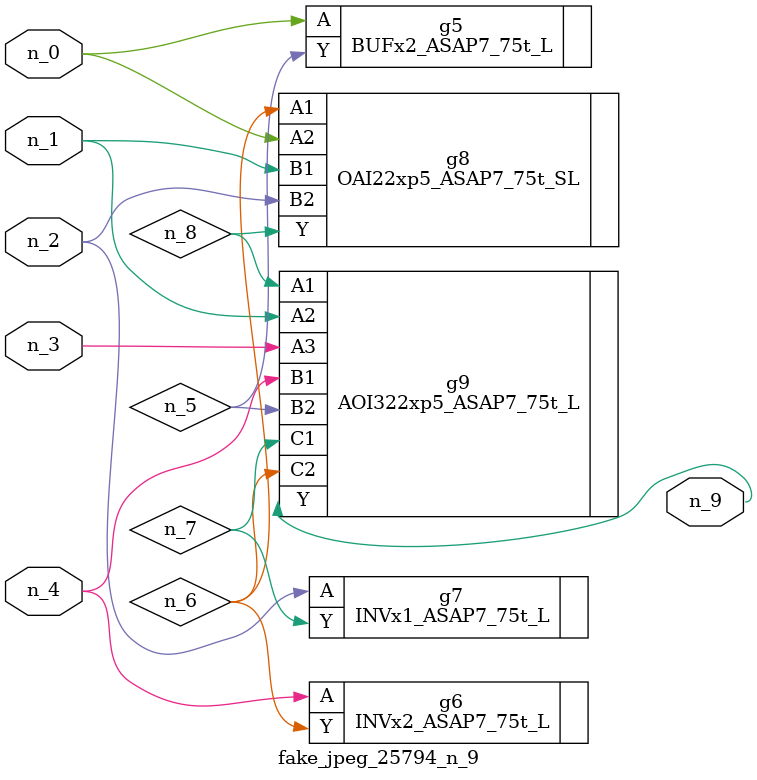
<source format=v>
module fake_jpeg_25794_n_9 (n_3, n_2, n_1, n_0, n_4, n_9);

input n_3;
input n_2;
input n_1;
input n_0;
input n_4;

output n_9;

wire n_8;
wire n_6;
wire n_5;
wire n_7;

BUFx2_ASAP7_75t_L g5 ( 
.A(n_0),
.Y(n_5)
);

INVx2_ASAP7_75t_L g6 ( 
.A(n_4),
.Y(n_6)
);

INVx1_ASAP7_75t_L g7 ( 
.A(n_2),
.Y(n_7)
);

OAI22xp5_ASAP7_75t_SL g8 ( 
.A1(n_6),
.A2(n_0),
.B1(n_1),
.B2(n_2),
.Y(n_8)
);

AOI322xp5_ASAP7_75t_L g9 ( 
.A1(n_8),
.A2(n_1),
.A3(n_3),
.B1(n_4),
.B2(n_5),
.C1(n_7),
.C2(n_6),
.Y(n_9)
);


endmodule
</source>
